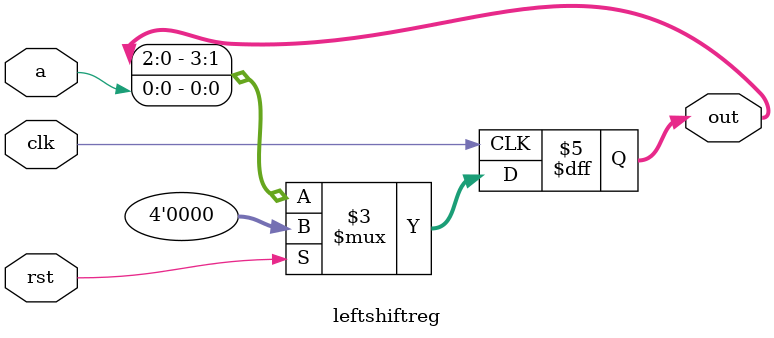
<source format=v>
module leftshiftreg (clk,rst,a,out);
    input wire clk;
    input wire rst;
    input wire a;
    
    output reg [3:0] out;

    always@(posedge clk)begin
        if(rst)begin
            out <= 4'b0000;
        end
        else begin
            out <= {out[2:0],a};
        end
    end
endmodule
</source>
